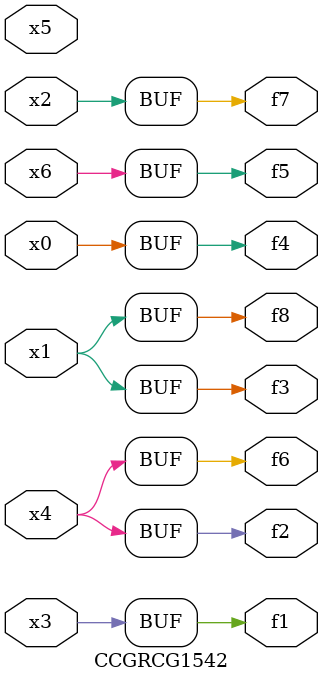
<source format=v>
module CCGRCG1542(
	input x0, x1, x2, x3, x4, x5, x6,
	output f1, f2, f3, f4, f5, f6, f7, f8
);
	assign f1 = x3;
	assign f2 = x4;
	assign f3 = x1;
	assign f4 = x0;
	assign f5 = x6;
	assign f6 = x4;
	assign f7 = x2;
	assign f8 = x1;
endmodule

</source>
